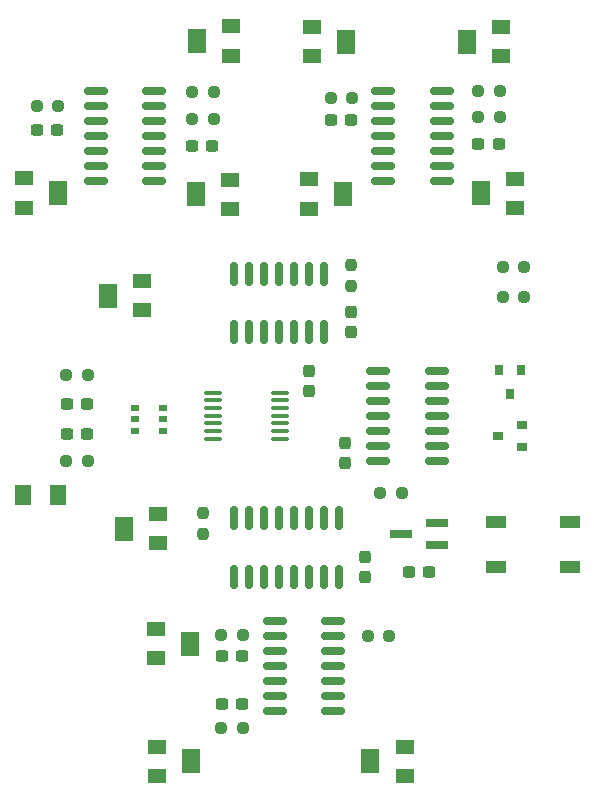
<source format=gtp>
G04 #@! TF.GenerationSoftware,KiCad,Pcbnew,(6.0.2)*
G04 #@! TF.CreationDate,2022-02-21T10:35:24-06:00*
G04 #@! TF.ProjectId,20-ELC-2-01-R2(Appetizer),32302d45-4c43-42d3-922d-30312d523228,v1*
G04 #@! TF.SameCoordinates,Original*
G04 #@! TF.FileFunction,Paste,Top*
G04 #@! TF.FilePolarity,Positive*
%FSLAX46Y46*%
G04 Gerber Fmt 4.6, Leading zero omitted, Abs format (unit mm)*
G04 Created by KiCad (PCBNEW (6.0.2)) date 2022-02-21 10:35:24*
%MOMM*%
%LPD*%
G01*
G04 APERTURE LIST*
G04 Aperture macros list*
%AMRoundRect*
0 Rectangle with rounded corners*
0 $1 Rounding radius*
0 $2 $3 $4 $5 $6 $7 $8 $9 X,Y pos of 4 corners*
0 Add a 4 corners polygon primitive as box body*
4,1,4,$2,$3,$4,$5,$6,$7,$8,$9,$2,$3,0*
0 Add four circle primitives for the rounded corners*
1,1,$1+$1,$2,$3*
1,1,$1+$1,$4,$5*
1,1,$1+$1,$6,$7*
1,1,$1+$1,$8,$9*
0 Add four rect primitives between the rounded corners*
20,1,$1+$1,$2,$3,$4,$5,0*
20,1,$1+$1,$4,$5,$6,$7,0*
20,1,$1+$1,$6,$7,$8,$9,0*
20,1,$1+$1,$8,$9,$2,$3,0*%
G04 Aperture macros list end*
%ADD10RoundRect,0.237500X-0.237500X0.250000X-0.237500X-0.250000X0.237500X-0.250000X0.237500X0.250000X0*%
%ADD11R,1.600000X1.300000*%
%ADD12R,1.600000X2.000000*%
%ADD13RoundRect,0.237500X-0.250000X-0.237500X0.250000X-0.237500X0.250000X0.237500X-0.250000X0.237500X0*%
%ADD14RoundRect,0.237500X0.250000X0.237500X-0.250000X0.237500X-0.250000X-0.237500X0.250000X-0.237500X0*%
%ADD15RoundRect,0.250000X0.462500X0.625000X-0.462500X0.625000X-0.462500X-0.625000X0.462500X-0.625000X0*%
%ADD16RoundRect,0.237500X0.300000X0.237500X-0.300000X0.237500X-0.300000X-0.237500X0.300000X-0.237500X0*%
%ADD17R,0.900000X0.800000*%
%ADD18RoundRect,0.237500X0.237500X-0.300000X0.237500X0.300000X-0.237500X0.300000X-0.237500X-0.300000X0*%
%ADD19R,0.800000X0.900000*%
%ADD20RoundRect,0.237500X-0.300000X-0.237500X0.300000X-0.237500X0.300000X0.237500X-0.300000X0.237500X0*%
%ADD21R,1.900000X0.800000*%
%ADD22RoundRect,0.150000X0.825000X0.150000X-0.825000X0.150000X-0.825000X-0.150000X0.825000X-0.150000X0*%
%ADD23RoundRect,0.150000X-0.825000X-0.150000X0.825000X-0.150000X0.825000X0.150000X-0.825000X0.150000X0*%
%ADD24RoundRect,0.150000X-0.150000X0.825000X-0.150000X-0.825000X0.150000X-0.825000X0.150000X0.825000X0*%
%ADD25R,1.700000X1.000000*%
%ADD26R,0.700000X0.500000*%
%ADD27RoundRect,0.100000X-0.637500X-0.100000X0.637500X-0.100000X0.637500X0.100000X-0.637500X0.100000X0*%
G04 APERTURE END LIST*
D10*
X129300000Y-99512500D03*
X129300000Y-101337500D03*
D11*
X131561500Y-73830500D03*
D12*
X128661500Y-72580500D03*
D11*
X131561500Y-71330500D03*
D13*
X152605100Y-63855600D03*
X154430100Y-63855600D03*
D11*
X125296000Y-109367000D03*
D12*
X128196000Y-110617000D03*
D11*
X125296000Y-111867000D03*
X125475000Y-102125000D03*
D12*
X122575000Y-100875000D03*
D11*
X125475000Y-99625000D03*
X124132000Y-82403000D03*
D12*
X121232000Y-81153000D03*
D11*
X124132000Y-79903000D03*
D10*
X141795500Y-78526000D03*
X141795500Y-80351000D03*
D11*
X155729600Y-73741600D03*
D12*
X152829600Y-72491600D03*
D11*
X155729600Y-71241600D03*
X138504000Y-58389200D03*
D12*
X141404000Y-59639200D03*
D11*
X138504000Y-60889200D03*
X154561200Y-60889200D03*
D12*
X151661200Y-59639200D03*
D11*
X154561200Y-58389200D03*
X114120000Y-71203500D03*
D12*
X117020000Y-72453500D03*
D11*
X114120000Y-73703500D03*
D14*
X154430100Y-66040000D03*
X152605100Y-66040000D03*
X119530500Y-95186500D03*
X117705500Y-95186500D03*
X119530500Y-87884000D03*
X117705500Y-87884000D03*
X130198500Y-66192400D03*
X128373500Y-66192400D03*
X117041300Y-65087500D03*
X115216300Y-65087500D03*
D15*
X116987500Y-98000000D03*
X114012500Y-98000000D03*
D16*
X119480500Y-90360500D03*
X117755500Y-90360500D03*
D17*
X156295600Y-93964800D03*
X156295600Y-92064800D03*
X154295600Y-93014800D03*
D11*
X131650400Y-60838400D03*
D12*
X128750400Y-59588400D03*
D11*
X131650400Y-58338400D03*
D18*
X141351000Y-95350500D03*
X141351000Y-93625500D03*
D16*
X141832500Y-66294000D03*
X140107500Y-66294000D03*
X116940500Y-67157600D03*
X115215500Y-67157600D03*
D18*
X143002000Y-105002500D03*
X143002000Y-103277500D03*
D19*
X156245600Y-87442800D03*
X154345600Y-87442800D03*
X155295600Y-89442800D03*
D16*
X119480500Y-92837000D03*
X117755500Y-92837000D03*
D18*
X141795500Y-84238000D03*
X141795500Y-82513000D03*
D16*
X132587500Y-111650000D03*
X130862500Y-111650000D03*
D20*
X152604300Y-68326000D03*
X154329300Y-68326000D03*
D14*
X146137000Y-97853500D03*
X144312000Y-97853500D03*
D21*
X149074000Y-102296000D03*
X149074000Y-100396000D03*
X146074000Y-101346000D03*
D22*
X149096500Y-95123000D03*
X149096500Y-93853000D03*
X149096500Y-92583000D03*
X149096500Y-91313000D03*
X149096500Y-90043000D03*
X149096500Y-88773000D03*
X149096500Y-87503000D03*
X144146500Y-87503000D03*
X144146500Y-88773000D03*
X144146500Y-90043000D03*
X144146500Y-91313000D03*
X144146500Y-92583000D03*
X144146500Y-93853000D03*
X144146500Y-95123000D03*
D23*
X144540200Y-63804800D03*
X144540200Y-65074800D03*
X144540200Y-66344800D03*
X144540200Y-67614800D03*
X144540200Y-68884800D03*
X144540200Y-70154800D03*
X144540200Y-71424800D03*
X149490200Y-71424800D03*
X149490200Y-70154800D03*
X149490200Y-68884800D03*
X149490200Y-67614800D03*
X149490200Y-66344800D03*
X149490200Y-65074800D03*
X149490200Y-63804800D03*
D24*
X140779500Y-100014000D03*
X139509500Y-100014000D03*
X138239500Y-100014000D03*
X136969500Y-100014000D03*
X135699500Y-100014000D03*
X134429500Y-100014000D03*
X133159500Y-100014000D03*
X131889500Y-100014000D03*
X131889500Y-104964000D03*
X133159500Y-104964000D03*
X134429500Y-104964000D03*
X135699500Y-104964000D03*
X136969500Y-104964000D03*
X138239500Y-104964000D03*
X139509500Y-104964000D03*
X140779500Y-104964000D03*
X139573000Y-79313000D03*
X138303000Y-79313000D03*
X137033000Y-79313000D03*
X135763000Y-79313000D03*
X134493000Y-79313000D03*
X133223000Y-79313000D03*
X131953000Y-79313000D03*
X131953000Y-84263000D03*
X133223000Y-84263000D03*
X134493000Y-84263000D03*
X135763000Y-84263000D03*
X137033000Y-84263000D03*
X138303000Y-84263000D03*
X139573000Y-84263000D03*
D18*
X138239500Y-89254500D03*
X138239500Y-87529500D03*
D25*
X154076000Y-104135000D03*
X160376000Y-104135000D03*
X160376000Y-100335000D03*
X154076000Y-100335000D03*
D11*
X138250000Y-71292400D03*
D12*
X141150000Y-72542400D03*
D11*
X138250000Y-73792400D03*
D16*
X132625000Y-115760500D03*
X130900000Y-115760500D03*
D13*
X130837500Y-109900000D03*
X132662500Y-109900000D03*
D14*
X145057500Y-109982000D03*
X143232500Y-109982000D03*
D11*
X125359500Y-119336500D03*
D12*
X128259500Y-120586500D03*
D11*
X125359500Y-121836500D03*
D26*
X123571000Y-90678000D03*
X123571000Y-91567000D03*
X123571000Y-92583000D03*
X125887000Y-92583000D03*
X125884000Y-91567000D03*
X125884000Y-90678000D03*
D20*
X128360000Y-68516500D03*
X130085000Y-68516500D03*
D11*
X146357000Y-121836500D03*
D12*
X143457000Y-120586500D03*
D11*
X146357000Y-119336500D03*
D20*
X146711500Y-104521000D03*
X148436500Y-104521000D03*
D27*
X130106500Y-89363000D03*
X130106500Y-90013000D03*
X130106500Y-90663000D03*
X130106500Y-91313000D03*
X130106500Y-91963000D03*
X130106500Y-92613000D03*
X130106500Y-93263000D03*
X135831500Y-93263000D03*
X135831500Y-92613000D03*
X135831500Y-91963000D03*
X135831500Y-91313000D03*
X135831500Y-90663000D03*
X135831500Y-90013000D03*
X135831500Y-89363000D03*
D23*
X135383500Y-108712000D03*
X135383500Y-109982000D03*
X135383500Y-111252000D03*
X135383500Y-112522000D03*
X135383500Y-113792000D03*
X135383500Y-115062000D03*
X135383500Y-116332000D03*
X140333500Y-116332000D03*
X140333500Y-115062000D03*
X140333500Y-113792000D03*
X140333500Y-112522000D03*
X140333500Y-111252000D03*
X140333500Y-109982000D03*
X140333500Y-108712000D03*
D13*
X140108300Y-64414400D03*
X141933300Y-64414400D03*
D23*
X120207000Y-63817500D03*
X120207000Y-65087500D03*
X120207000Y-66357500D03*
X120207000Y-67627500D03*
X120207000Y-68897500D03*
X120207000Y-70167500D03*
X120207000Y-71437500D03*
X125157000Y-71437500D03*
X125157000Y-70167500D03*
X125157000Y-68897500D03*
X125157000Y-67627500D03*
X125157000Y-66357500D03*
X125157000Y-65087500D03*
X125157000Y-63817500D03*
D14*
X130198500Y-63944500D03*
X128373500Y-63944500D03*
D13*
X130850000Y-117729000D03*
X132675000Y-117729000D03*
X154662500Y-81280000D03*
X156487500Y-81280000D03*
X154662500Y-78740000D03*
X156487500Y-78740000D03*
M02*

</source>
